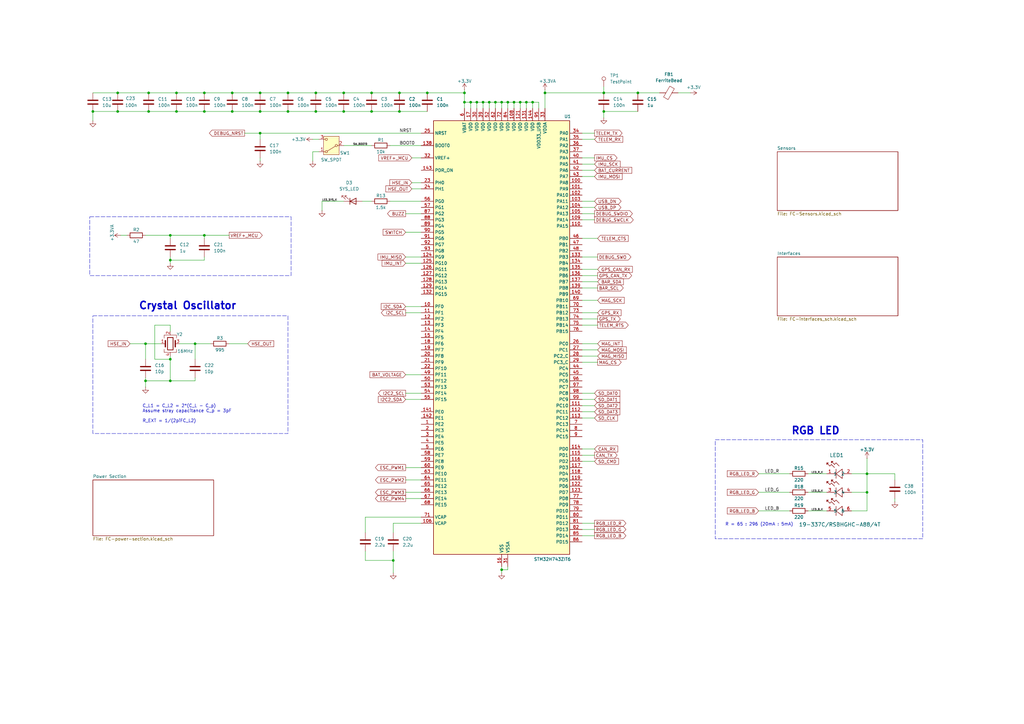
<source format=kicad_sch>
(kicad_sch (version 20250114) (generator "eeschema") (generator_version "9.0")
  (paper "A3")
  (lib_symbols
    (symbol "19-337C-import:19-337C_RSBHGHC-A88_4T" (pin_names (offset 0.254))
      (property "Reference" "LED" (at 5.08 -21.59 0))
      (property "Value" "19-337C/RSBHGHC-A88/4T" (at 5.08 -24.765 0))
      (symbol "19-337C_RSBHGHC-A88_4T_0_1"
        (pin unspecified line (at 0 0 0) (length 2.54) (name "2") (number "2"))
        (pin unspecified line (at 0 -7.62 0) (length 2.54) (name "4") (number "4"))
        (pin unspecified line (at 0 -15.24 0) (length 2.54) (name "6") (number "6"))
        (pin unspecified line (at 10.16 0 180) (length 2.54) (name "1") (number "1"))
        (pin unspecified line (at 10.16 -7.62 180) (length 2.54) (name "3") (number "3"))
        (pin unspecified line (at 10.16 -15.24 180) (length 2.54) (name "5") (number "5"))
      )
    )
    (symbol "Connector:TestPoint" (pin_numbers (hide yes)) (pin_names (offset 0.762) (hide yes))
      (property "Reference" "TP" (at 0 6.858 0))
      (property "Value" "TestPoint" (at 0 5.08 0))
      (symbol "TestPoint_1_1"
        (pin passive line (at 0 0 90) (length 2.54) (name "1") (number "1"))
      )
    )
    (symbol "Device:C" (pin_numbers (hide yes)) (pin_names (offset 0.254))
      (property "Reference" "C" (at 0.635 2.54 0))
      (property "Value" "C" (at 0.635 -2.54 0))
      (symbol "C_1_1"
        (pin passive line (at 0 3.81 270) (length 2.794) (name "~") (number "1"))
        (pin passive line (at 0 -3.81 90) (length 2.794) (name "~") (number "2"))
      )
    )
    (symbol "Device:Crystal_GND24" (pin_names (offset 1.016) (hide yes))
      (property "Reference" "Y" (at 3.175 5.08 0))
      (property "Value" "Crystal_GND24" (at 3.175 3.175 0))
      (symbol "Crystal_GND24_1_1"
        (pin passive line (at -3.81 0 0) (length 1.27) (name "1") (number "1"))
        (pin passive line (at 0 5.08 270) (length 1.27) (name "2") (number "2"))
        (pin passive line (at 0 -5.08 90) (length 1.27) (name "4") (number "4"))
        (pin passive line (at 3.81 0 180) (length 1.27) (name "3") (number "3"))
      )
    )
    (symbol "Device:FerriteBead" (pin_numbers (hide yes)) (pin_names (offset 0))
      (property "Reference" "FB" (at -3.81 0.635 90))
      (property "Value" "FerriteBead" (at 3.81 0 90))
      (symbol "FerriteBead_1_1"
        (pin passive line (at 0 3.81 270) (length 2.54) (name "~") (number "1"))
        (pin passive line (at 0 -3.81 90) (length 2.54) (name "~") (number "2"))
      )
    )
    (symbol "Device:LED" (pin_numbers (hide yes)) (pin_names (offset 1.016) (hide yes))
      (property "Reference" "D" (at 0 2.54 0))
      (property "Value" "LED" (at 0 -2.54 0))
      (symbol "LED_1_1"
        (pin passive line (at -3.81 0 0) (length 2.54) (name "K") (number "1"))
        (pin passive line (at 3.81 0 180) (length 2.54) (name "A") (number "2"))
      )
    )
    (symbol "Device:R" (pin_numbers (hide yes)) (pin_names (offset 0))
      (property "Reference" "R" (at 2.032 0 90))
      (property "Value" "R" (at 0 0 90))
      (symbol "R_1_1"
        (pin passive line (at 0 3.81 270) (length 1.27) (name "~") (number "1"))
        (pin passive line (at 0 -3.81 90) (length 1.27) (name "~") (number "2"))
      )
    )
    (symbol "MCU_ST_STM32H7:STM32H743ZITx"
      (property "Reference" "U" (at -27.94 90.17 0))
      (property "Value" "STM32H743ZITx" (at 20.32 90.17 0))
      (symbol "STM32H743ZITx_1_1"
        (pin input line (at -33.02 83.82 0) (length 5.08) (name "NRST") (number "25"))
        (pin input line (at -33.02 78.74 0) (length 5.08) (name "BOOT0") (number "138"))
        (pin input line (at -33.02 73.66 0) (length 5.08) (name "VREF+") (number "32"))
        (pin input line (at -33.02 68.58 0) (length 5.08) (name "PDR_ON") (number "143"))
        (pin bidirectional line (at -33.02 63.5 0) (length 5.08) (name "PH0") (number "23"))
        (pin bidirectional line (at -33.02 60.96 0) (length 5.08) (name "PH1") (number "24"))
        (pin bidirectional line (at -33.02 55.88 0) (length 5.08) (name "PG0") (number "56"))
        (pin bidirectional line (at -33.02 53.34 0) (length 5.08) (name "PG1") (number "57"))
        (pin bidirectional line (at -33.02 50.8 0) (length 5.08) (name "PG2") (number "87"))
        (pin bidirectional line (at -33.02 48.26 0) (length 5.08) (name "PG3") (number "88"))
        (pin bidirectional line (at -33.02 45.72 0) (length 5.08) (name "PG4") (number "89"))
        (pin bidirectional line (at -33.02 43.18 0) (length 5.08) (name "PG5") (number "90"))
        (pin bidirectional line (at -33.02 40.64 0) (length 5.08) (name "PG6") (number "91"))
        (pin bidirectional line (at -33.02 38.1 0) (length 5.08) (name "PG7") (number "92"))
        (pin bidirectional line (at -33.02 35.56 0) (length 5.08) (name "PG8") (number "93"))
        (pin bidirectional line (at -33.02 33.02 0) (length 5.08) (name "PG9") (number "124"))
        (pin bidirectional line (at -33.02 30.48 0) (length 5.08) (name "PG10") (number "125"))
        (pin bidirectional line (at -33.02 27.94 0) (length 5.08) (name "PG11") (number "126"))
        (pin bidirectional line (at -33.02 25.4 0) (length 5.08) (name "PG12") (number "127"))
        (pin bidirectional line (at -33.02 22.86 0) (length 5.08) (name "PG13") (number "128"))
        (pin bidirectional line (at -33.02 20.32 0) (length 5.08) (name "PG14") (number "129"))
        (pin bidirectional line (at -33.02 17.78 0) (length 5.08) (name "PG15") (number "132"))
        (pin bidirectional line (at -33.02 12.7 0) (length 5.08) (name "PF0") (number "10"))
        (pin bidirectional line (at -33.02 10.16 0) (length 5.08) (name "PF1") (number "11"))
        (pin bidirectional line (at -33.02 7.62 0) (length 5.08) (name "PF2") (number "12"))
        (pin bidirectional line (at -33.02 5.08 0) (length 5.08) (name "PF3") (number "13"))
        (pin bidirectional line (at -33.02 2.54 0) (length 5.08) (name "PF4") (number "14"))
        (pin bidirectional line (at -33.02 0 0) (length 5.08) (name "PF5") (number "15"))
        (pin bidirectional line (at -33.02 -2.54 0) (length 5.08) (name "PF6") (number "18"))
        (pin bidirectional line (at -33.02 -5.08 0) (length 5.08) (name "PF7") (number "19"))
        (pin bidirectional line (at -33.02 -7.62 0) (length 5.08) (name "PF8") (number "20"))
        (pin bidirectional line (at -33.02 -10.16 0) (length 5.08) (name "PF9") (number "21"))
        (pin bidirectional line (at -33.02 -12.7 0) (length 5.08) (name "PF10") (number "22"))
        (pin bidirectional line (at -33.02 -15.24 0) (length 5.08) (name "PF11") (number "49"))
        (pin bidirectional line (at -33.02 -17.78 0) (length 5.08) (name "PF12") (number "50"))
        (pin bidirectional line (at -33.02 -20.32 0) (length 5.08) (name "PF13") (number "53"))
        (pin bidirectional line (at -33.02 -22.86 0) (length 5.08) (name "PF14") (number "54"))
        (pin bidirectional line (at -33.02 -25.4 0) (length 5.08) (name "PF15") (number "55"))
        (pin bidirectional line (at -33.02 -30.48 0) (length 5.08) (name "PE0") (number "141"))
        (pin bidirectional line (at -33.02 -33.02 0) (length 5.08) (name "PE1") (number "142"))
        (pin bidirectional line (at -33.02 -35.56 0) (length 5.08) (name "PE2") (number "1"))
        (pin bidirectional line (at -33.02 -38.1 0) (length 5.08) (name "PE3") (number "2"))
        (pin bidirectional line (at -33.02 -40.64 0) (length 5.08) (name "PE4") (number "3"))
        (pin bidirectional line (at -33.02 -43.18 0) (length 5.08) (name "PE5") (number "4"))
        (pin bidirectional line (at -33.02 -45.72 0) (length 5.08) (name "PE6") (number "5"))
        (pin bidirectional line (at -33.02 -48.26 0) (length 5.08) (name "PE7") (number "58"))
        (pin bidirectional line (at -33.02 -50.8 0) (length 5.08) (name "PE8") (number "59"))
        (pin bidirectional line (at -33.02 -53.34 0) (length 5.08) (name "PE9") (number "60"))
        (pin bidirectional line (at -33.02 -55.88 0) (length 5.08) (name "PE10") (number "63"))
        (pin bidirectional line (at -33.02 -58.42 0) (length 5.08) (name "PE11") (number "64"))
        (pin bidirectional line (at -33.02 -60.96 0) (length 5.08) (name "PE12") (number "65"))
        (pin bidirectional line (at -33.02 -63.5 0) (length 5.08) (name "PE13") (number "66"))
        (pin bidirectional line (at -33.02 -66.04 0) (length 5.08) (name "PE14") (number "67"))
        (pin bidirectional line (at -33.02 -68.58 0) (length 5.08) (name "PE15") (number "68"))
        (pin power_out line (at -33.02 -73.66 0) (length 5.08) (name "VCAP") (number "71"))
        (pin power_out line (at -33.02 -76.2 0) (length 5.08) (name "VCAP") (number "106"))
        (pin power_in line (at -15.24 93.98 270) (length 5.08) (name "VBAT") (number "6"))
        (pin power_in line (at -12.7 93.98 270) (length 5.08) (name "VDD") (number "17"))
        (pin power_in line (at -10.16 93.98 270) (length 5.08) (name "VDD") (number "30"))
        (pin power_in line (at -7.62 93.98 270) (length 5.08) (name "VDD") (number "39"))
        (pin power_in line (at -5.08 93.98 270) (length 5.08) (name "VDD") (number "52"))
        (pin power_in line (at -2.54 93.98 270) (length 5.08) (name "VDD") (number "62"))
        (pin power_in line (at 0 93.98 270) (length 5.08) (name "VDD") (number "72"))
        (pin passive line (at 0 -93.98 90) (length 5.08) (hide yes) (name "VSS") (number "107"))
        (pin passive line (at 0 -93.98 90) (length 5.08) (hide yes) (name "VSS") (number "120"))
        (pin passive line (at 0 -93.98 90) (length 5.08) (hide yes) (name "VSS") (number "130"))
        (pin power_in line (at 0 -93.98 90) (length 5.08) (name "VSS") (number "16"))
        (pin passive line (at 0 -93.98 90) (length 5.08) (hide yes) (name "VSS") (number "38"))
        (pin passive line (at 0 -93.98 90) (length 5.08) (hide yes) (name "VSS") (number "51"))
        (pin passive line (at 0 -93.98 90) (length 5.08) (hide yes) (name "VSS") (number "61"))
        (pin passive line (at 0 -93.98 90) (length 5.08) (hide yes) (name "VSS") (number "83"))
        (pin passive line (at 0 -93.98 90) (length 5.08) (hide yes) (name "VSS") (number "94"))
        (pin power_in line (at 2.54 93.98 270) (length 5.08) (name "VDD") (number "84"))
        (pin power_in line (at 2.54 -93.98 90) (length 5.08) (name "VSSA") (number "31"))
        (pin power_in line (at 5.08 93.98 270) (length 5.08) (name "VDD") (number "108"))
        (pin power_in line (at 7.62 93.98 270) (length 5.08) (name "VDD") (number "121"))
        (pin power_in line (at 10.16 93.98 270) (length 5.08) (name "VDD") (number "131"))
        (pin power_in line (at 12.7 93.98 270) (length 5.08) (name "VDD") (number "144"))
        (pin power_in line (at 15.24 93.98 270) (length 5.08) (name "VDD33_USB") (number "95"))
        (pin power_in line (at 17.78 93.98 270) (length 5.08) (name "VDDA") (number "33"))
        (pin bidirectional line (at 33.02 83.82 180) (length 5.08) (name "PA0") (number "34"))
        (pin bidirectional line (at 33.02 81.28 180) (length 5.08) (name "PA1") (number "35"))
        (pin bidirectional line (at 33.02 78.74 180) (length 5.08) (name "PA2") (number "36"))
        (pin bidirectional line (at 33.02 76.2 180) (length 5.08) (name "PA3") (number "37"))
        (pin bidirectional line (at 33.02 73.66 180) (length 5.08) (name "PA4") (number "40"))
        (pin bidirectional line (at 33.02 71.12 180) (length 5.08) (name "PA5") (number "41"))
        (pin bidirectional line (at 33.02 68.58 180) (length 5.08) (name "PA6") (number "42"))
        (pin bidirectional line (at 33.02 66.04 180) (length 5.08) (name "PA7") (number "43"))
        (pin bidirectional line (at 33.02 63.5 180) (length 5.08) (name "PA8") (number "100"))
        (pin bidirectional line (at 33.02 60.96 180) (length 5.08) (name "PA9") (number "101"))
        (pin bidirectional line (at 33.02 58.42 180) (length 5.08) (name "PA10") (number "102"))
        (pin bidirectional line (at 33.02 55.88 180) (length 5.08) (name "PA11") (number "103"))
        (pin bidirectional line (at 33.02 53.34 180) (length 5.08) (name "PA12") (number "104"))
        (pin bidirectional line (at 33.02 50.8 180) (length 5.08) (name "PA13") (number "105"))
        (pin bidirectional line (at 33.02 48.26 180) (length 5.08) (name "PA14") (number "109"))
        (pin bidirectional line (at 33.02 45.72 180) (length 5.08) (name "PA15") (number "110"))
        (pin bidirectional line (at 33.02 40.64 180) (length 5.08) (name "PB0") (number "46"))
        (pin bidirectional line (at 33.02 38.1 180) (length 5.08) (name "PB1") (number "47"))
        (pin bidirectional line (at 33.02 35.56 180) (length 5.08) (name "PB2") (number "48"))
        (pin bidirectional line (at 33.02 33.02 180) (length 5.08) (name "PB3") (number "133"))
        (pin bidirectional line (at 33.02 30.48 180) (length 5.08) (name "PB4") (number "134"))
        (pin bidirectional line (at 33.02 27.94 180) (length 5.08) (name "PB5") (number "135"))
        (pin bidirectional line (at 33.02 25.4 180) (length 5.08) (name "PB6") (number "136"))
        (pin bidirectional line (at 33.02 22.86 180) (length 5.08) (name "PB7") (number "137"))
        (pin bidirectional line (at 33.02 20.32 180) (length 5.08) (name "PB8") (number "139"))
        (pin bidirectional line (at 33.02 17.78 180) (length 5.08) (name "PB9") (number "140"))
        (pin bidirectional line (at 33.02 15.24 180) (length 5.08) (name "PB10") (number "69"))
        (pin bidirectional line (at 33.02 12.7 180) (length 5.08) (name "PB11") (number "70"))
        (pin bidirectional line (at 33.02 10.16 180) (length 5.08) (name "PB12") (number "73"))
        (pin bidirectional line (at 33.02 7.62 180) (length 5.08) (name "PB13") (number "74"))
        (pin bidirectional line (at 33.02 5.08 180) (length 5.08) (name "PB14") (number "75"))
        (pin bidirectional line (at 33.02 2.54 180) (length 5.08) (name "PB15") (number "76"))
        (pin bidirectional line (at 33.02 -2.54 180) (length 5.08) (name "PC0") (number "26"))
        (pin bidirectional line (at 33.02 -5.08 180) (length 5.08) (name "PC1") (number "27"))
        (pin bidirectional line (at 33.02 -7.62 180) (length 5.08) (name "PC2_C") (number "28"))
        (pin bidirectional line (at 33.02 -10.16 180) (length 5.08) (name "PC3_C") (number "29"))
        (pin bidirectional line (at 33.02 -12.7 180) (length 5.08) (name "PC4") (number "44"))
        (pin bidirectional line (at 33.02 -15.24 180) (length 5.08) (name "PC5") (number "45"))
        (pin bidirectional line (at 33.02 -17.78 180) (length 5.08) (name "PC6") (number "96"))
        (pin bidirectional line (at 33.02 -20.32 180) (length 5.08) (name "PC7") (number "97"))
        (pin bidirectional line (at 33.02 -22.86 180) (length 5.08) (name "PC8") (number "98"))
        (pin bidirectional line (at 33.02 -25.4 180) (length 5.08) (name "PC9") (number "99"))
        (pin bidirectional line (at 33.02 -27.94 180) (length 5.08) (name "PC10") (number "111"))
        (pin bidirectional line (at 33.02 -30.48 180) (length 5.08) (name "PC11") (number "112"))
        (pin bidirectional line (at 33.02 -33.02 180) (length 5.08) (name "PC12") (number "113"))
        (pin bidirectional line (at 33.02 -35.56 180) (length 5.08) (name "PC13") (number "7"))
        (pin bidirectional line (at 33.02 -38.1 180) (length 5.08) (name "PC14") (number "8"))
        (pin bidirectional line (at 33.02 -40.64 180) (length 5.08) (name "PC15") (number "9"))
        (pin bidirectional line (at 33.02 -45.72 180) (length 5.08) (name "PD0") (number "114"))
        (pin bidirectional line (at 33.02 -48.26 180) (length 5.08) (name "PD1") (number "115"))
        (pin bidirectional line (at 33.02 -50.8 180) (length 5.08) (name "PD2") (number "116"))
        (pin bidirectional line (at 33.02 -53.34 180) (length 5.08) (name "PD3") (number "117"))
        (pin bidirectional line (at 33.02 -55.88 180) (length 5.08) (name "PD4") (number "118"))
        (pin bidirectional line (at 33.02 -58.42 180) (length 5.08) (name "PD5") (number "119"))
        (pin bidirectional line (at 33.02 -60.96 180) (length 5.08) (name "PD6") (number "122"))
        (pin bidirectional line (at 33.02 -63.5 180) (length 5.08) (name "PD7") (number "123"))
        (pin bidirectional line (at 33.02 -66.04 180) (length 5.08) (name "PD8") (number "77"))
        (pin bidirectional line (at 33.02 -68.58 180) (length 5.08) (name "PD9") (number "78"))
        (pin bidirectional line (at 33.02 -71.12 180) (length 5.08) (name "PD10") (number "79"))
        (pin bidirectional line (at 33.02 -73.66 180) (length 5.08) (name "PD11") (number "80"))
        (pin bidirectional line (at 33.02 -76.2 180) (length 5.08) (name "PD12") (number "81"))
        (pin bidirectional line (at 33.02 -78.74 180) (length 5.08) (name "PD13") (number "82"))
        (pin bidirectional line (at 33.02 -81.28 180) (length 5.08) (name "PD14") (number "85"))
        (pin bidirectional line (at 33.02 -83.82 180) (length 5.08) (name "PD15") (number "86"))
      )
    )
    (symbol "Switch:SW_SPDT" (pin_names (offset 0) (hide yes))
      (property "Reference" "SW" (at 0 5.08 0))
      (property "Value" "SW_SPDT" (at 0 -5.08 0))
      (symbol "SW_SPDT_1_1"
        (pin passive line (at -5.08 0 0) (length 2.54) (name "B") (number "2"))
        (pin passive line (at 5.08 2.54 180) (length 2.54) (name "A") (number "1"))
        (pin passive line (at 5.08 -2.54 180) (length 2.54) (name "C") (number "3"))
      )
    )
    (symbol "power:+3.3V" (power) (pin_numbers (hide yes)) (pin_names (offset 0) (hide yes))
      (property "Value" "+3.3V" (at 0 3.556 0))
      (symbol "+3.3V_1_1"
        (pin power_in line (at 0 0 90) (length 0) (name "~") (number "1"))
      )
    )
    (symbol "power:+3.3VA" (power) (pin_numbers (hide yes)) (pin_names (offset 0) (hide yes))
      (property "Value" "+3.3VA" (at 0 3.556 0))
      (symbol "+3.3VA_1_1"
        (pin power_in line (at 0 0 90) (length 0) (name "~") (number "1"))
      )
    )
    (symbol "power:GND" (power) (pin_numbers (hide yes)) (pin_names (offset 0) (hide yes))
      (property "Value" "GND" (at 0 -3.81 0))
      (symbol "GND_1_1"
        (pin power_in line (at 0 0 270) (length 0) (name "~") (number "1"))
      )
    )
  )
  (text "R = 65 : 296 (20mA : 5mA)" (at 311.404 215.138 0) (effects (font (size 1.27 1.27))))
  (text "RGB LED\n" (at 334.518 176.784 0) (effects (font (size 3 3) (thickness 0.6) (bold yes))))
  (text "Crystal Oscillator" (at 76.962 125.476 0) (effects (font (size 3 3) (thickness 0.6) (bold yes))))
  (text "C_L1 = C_L2 = 2*(C_L - C_p)\nAssume stray capacitance C_p = 3pF\n\nR_EXT = 1/(2piFC_L2)" (at 58.42 169.672 0) (effects (font (size 1.27 1.27)) (justify left)))
  (text_box "" (at 38.1 129.54 0) (size 80.01 48.26) (margins 0.9525 0.9525 0.9525 0.9525) (stroke (width 0) (type dash)) (effects (font (size 1.27 1.27)) (justify left top)))
  (text_box "" (at 36.83 88.9 0) (size 82.55 24.13) (margins 0.9525 0.9525 0.9525 0.9525) (stroke (width 0) (type dash)) (effects (font (size 1.27 1.27)) (justify left top)))
  (text_box "" (at 293.37 180.34 0) (size 85.09 40.64) (margins 0.9525 0.9525 0.9525 0.9525) (stroke (width 0) (type dash)) (effects (font (size 1.27 1.27)) (justify left top)))
  (junction (at 60.96 38.1))
  (junction (at 140.97 45.72))
  (junction (at 59.69 140.97))
  (junction (at 80.01 140.97))
  (junction (at 95.25 38.1))
  (junction (at 140.97 38.1))
  (junction (at 72.39 45.72))
  (junction (at 69.85 106.68))
  (junction (at 106.68 45.72))
  (junction (at 72.39 38.1))
  (junction (at 195.58 41.91))
  (junction (at 200.66 41.91))
  (junction (at 106.68 54.61))
  (junction (at 69.85 147.32))
  (junction (at 205.74 233.68))
  (junction (at 247.65 45.72))
  (junction (at 163.83 38.1))
  (junction (at 48.26 38.1))
  (junction (at 190.5 41.91))
  (junction (at 118.11 45.72))
  (junction (at 106.68 38.1))
  (junction (at 83.82 38.1))
  (junction (at 152.4 38.1))
  (junction (at 129.54 45.72))
  (junction (at 218.44 41.91))
  (junction (at 198.12 41.91))
  (junction (at 190.5 38.1))
  (junction (at 83.82 96.52))
  (junction (at 261.62 38.1))
  (junction (at 60.96 45.72))
  (junction (at 355.6 201.93))
  (junction (at 69.85 156.21))
  (junction (at 83.82 45.72))
  (junction (at 129.54 38.1))
  (junction (at 355.6 194.31))
  (junction (at 205.74 41.91))
  (junction (at 48.26 45.72))
  (junction (at 193.04 41.91))
  (junction (at 38.1 45.72))
  (junction (at 95.25 45.72))
  (junction (at 59.69 156.21))
  (junction (at 208.28 41.91))
  (junction (at 163.83 45.72))
  (junction (at 203.2 41.91))
  (junction (at 247.65 38.1))
  (junction (at 215.9 41.91))
  (junction (at 161.29 229.87))
  (junction (at 223.52 38.1))
  (junction (at 152.4 45.72))
  (junction (at 118.11 38.1))
  (junction (at 69.85 96.52))
  (junction (at 210.82 41.91))
  (junction (at 213.36 41.91))
  (junction (at 175.26 38.1))
  (wire (pts (xy 166.37 107.95) (xy 172.72 107.95)))
  (wire (pts (xy 69.85 147.32) (xy 69.85 156.21)))
  (wire (pts (xy 200.66 41.91) (xy 200.66 44.45)))
  (wire (pts (xy 247.65 35.56) (xy 247.65 38.1)))
  (wire (pts (xy 238.76 171.45) (xy 243.84 171.45)))
  (wire (pts (xy 166.37 87.63) (xy 172.72 87.63)))
  (wire (pts (xy 69.85 133.35) (xy 69.85 135.89)))
  (wire (pts (xy 208.28 233.68) (xy 205.74 233.68)))
  (wire (pts (xy 238.76 140.97) (xy 245.11 140.97)))
  (wire (pts (xy 223.52 38.1) (xy 223.52 44.45)))
  (wire (pts (xy 63.5 147.32) (xy 69.85 147.32)))
  (wire (pts (xy 149.86 212.09) (xy 149.86 218.44)))
  (wire (pts (xy 166.37 191.77) (xy 172.72 191.77)))
  (wire (pts (xy 238.76 85.09) (xy 243.84 85.09)))
  (wire (pts (xy 238.76 166.37) (xy 243.84 166.37)))
  (wire (pts (xy 69.85 105.41) (xy 69.85 106.68)))
  (wire (pts (xy 72.39 45.72) (xy 83.82 45.72)))
  (wire (pts (xy 166.37 105.41) (xy 172.72 105.41)))
  (wire (pts (xy 238.76 87.63) (xy 243.84 87.63)))
  (wire (pts (xy 132.08 82.55) (xy 140.97 82.55)))
  (wire (pts (xy 63.5 133.35) (xy 69.85 133.35)))
  (wire (pts (xy 63.5 133.35) (xy 63.5 147.32)))
  (wire (pts (xy 161.29 229.87) (xy 161.29 234.95)))
  (wire (pts (xy 238.76 143.51) (xy 245.11 143.51)))
  (wire (pts (xy 83.82 96.52) (xy 93.98 96.52)))
  (wire (pts (xy 190.5 38.1) (xy 190.5 41.91)))
  (wire (pts (xy 95.25 45.72) (xy 106.68 45.72)))
  (wire (pts (xy 203.2 41.91) (xy 203.2 44.45)))
  (wire (pts (xy 160.02 82.55) (xy 172.72 82.55)))
  (wire (pts (xy 198.12 41.91) (xy 200.66 41.91)))
  (wire (pts (xy 193.04 41.91) (xy 193.04 44.45)))
  (wire (pts (xy 238.76 113.03) (xy 245.11 113.03)))
  (wire (pts (xy 129.54 38.1) (xy 140.97 38.1)))
  (wire (pts (xy 152.4 38.1) (xy 163.83 38.1)))
  (wire (pts (xy 118.11 45.72) (xy 129.54 45.72)))
  (wire (pts (xy 161.29 214.63) (xy 161.29 218.44)))
  (wire (pts (xy 355.6 194.31) (xy 367.03 194.31)))
  (wire (pts (xy 53.34 140.97) (xy 59.69 140.97)))
  (wire (pts (xy 238.76 214.63) (xy 243.84 214.63)))
  (wire (pts (xy 205.74 41.91) (xy 205.74 44.45)))
  (wire (pts (xy 355.6 194.31) (xy 349.25 194.31)))
  (wire (pts (xy 238.76 115.57) (xy 245.11 115.57)))
  (wire (pts (xy 149.86 226.06) (xy 149.86 229.87)))
  (wire (pts (xy 106.68 38.1) (xy 118.11 38.1)))
  (wire (pts (xy 38.1 45.72) (xy 48.26 45.72)))
  (wire (pts (xy 132.08 82.55) (xy 132.08 86.36)))
  (wire (pts (xy 238.76 118.11) (xy 245.11 118.11)))
  (wire (pts (xy 331.47 201.93) (xy 339.09 201.93)))
  (wire (pts (xy 168.91 64.77) (xy 172.72 64.77)))
  (wire (pts (xy 238.76 184.15) (xy 243.84 184.15)))
  (wire (pts (xy 128.27 57.15) (xy 130.81 57.15)))
  (wire (pts (xy 160.02 59.69) (xy 172.72 59.69)))
  (wire (pts (xy 205.74 234.95) (xy 205.74 233.68)))
  (wire (pts (xy 60.96 45.72) (xy 72.39 45.72)))
  (wire (pts (xy 60.96 38.1) (xy 72.39 38.1)))
  (wire (pts (xy 355.6 201.93) (xy 355.6 209.55)))
  (wire (pts (xy 49.53 96.52) (xy 52.07 96.52)))
  (wire (pts (xy 238.76 82.55) (xy 243.84 82.55)))
  (wire (pts (xy 72.39 38.1) (xy 83.82 38.1)))
  (wire (pts (xy 166.37 95.25) (xy 172.72 95.25)))
  (wire (pts (xy 208.28 232.41) (xy 208.28 233.68)))
  (wire (pts (xy 83.82 105.41) (xy 83.82 106.68)))
  (wire (pts (xy 166.37 204.47) (xy 172.72 204.47)))
  (wire (pts (xy 238.76 219.71) (xy 243.84 219.71)))
  (wire (pts (xy 208.28 41.91) (xy 208.28 44.45)))
  (wire (pts (xy 59.69 156.21) (xy 69.85 156.21)))
  (wire (pts (xy 166.37 201.93) (xy 172.72 201.93)))
  (wire (pts (xy 59.69 140.97) (xy 59.69 147.32)))
  (wire (pts (xy 172.72 212.09) (xy 149.86 212.09)))
  (wire (pts (xy 238.76 97.79) (xy 245.11 97.79)))
  (wire (pts (xy 69.85 106.68) (xy 83.82 106.68)))
  (wire (pts (xy 83.82 38.1) (xy 95.25 38.1)))
  (wire (pts (xy 247.65 45.72) (xy 261.62 45.72)))
  (wire (pts (xy 238.76 130.81) (xy 245.11 130.81)))
  (wire (pts (xy 106.68 54.61) (xy 172.72 54.61)))
  (wire (pts (xy 106.68 45.72) (xy 118.11 45.72)))
  (wire (pts (xy 210.82 41.91) (xy 210.82 44.45)))
  (wire (pts (xy 349.25 201.93) (xy 355.6 201.93)))
  (wire (pts (xy 261.62 38.1) (xy 270.51 38.1)))
  (wire (pts (xy 128.27 62.23) (xy 128.27 66.04)))
  (wire (pts (xy 247.65 38.1) (xy 261.62 38.1)))
  (wire (pts (xy 80.01 154.94) (xy 80.01 156.21)))
  (wire (pts (xy 190.5 41.91) (xy 190.5 44.45)))
  (wire (pts (xy 83.82 45.72) (xy 95.25 45.72)))
  (wire (pts (xy 140.97 38.1) (xy 152.4 38.1)))
  (wire (pts (xy 238.76 64.77) (xy 243.84 64.77)))
  (wire (pts (xy 311.15 209.55) (xy 323.85 209.55)))
  (wire (pts (xy 59.69 156.21) (xy 59.69 158.75)))
  (wire (pts (xy 223.52 36.83) (xy 223.52 38.1)))
  (wire (pts (xy 38.1 45.72) (xy 38.1 49.53)))
  (wire (pts (xy 95.25 38.1) (xy 106.68 38.1)))
  (wire (pts (xy 129.54 45.72) (xy 140.97 45.72)))
  (wire (pts (xy 213.36 41.91) (xy 213.36 44.45)))
  (wire (pts (xy 69.85 146.05) (xy 69.85 147.32)))
  (wire (pts (xy 59.69 140.97) (xy 66.04 140.97)))
  (wire (pts (xy 238.76 189.23) (xy 243.84 189.23)))
  (wire (pts (xy 331.47 194.31) (xy 339.09 194.31)))
  (wire (pts (xy 238.76 163.83) (xy 243.84 163.83)))
  (wire (pts (xy 238.76 69.85) (xy 243.84 69.85)))
  (wire (pts (xy 198.12 41.91) (xy 198.12 44.45)))
  (wire (pts (xy 205.74 232.41) (xy 205.74 233.68)))
  (wire (pts (xy 190.5 41.91) (xy 193.04 41.91)))
  (wire (pts (xy 355.6 187.96) (xy 355.6 194.31)))
  (wire (pts (xy 193.04 41.91) (xy 195.58 41.91)))
  (wire (pts (xy 168.91 77.47) (xy 172.72 77.47)))
  (wire (pts (xy 140.97 59.69) (xy 152.4 59.69)))
  (wire (pts (xy 59.69 96.52) (xy 69.85 96.52)))
  (wire (pts (xy 238.76 110.49) (xy 245.11 110.49)))
  (wire (pts (xy 106.68 57.15) (xy 106.68 54.61)))
  (wire (pts (xy 166.37 163.83) (xy 172.72 163.83)))
  (wire (pts (xy 166.37 125.73) (xy 172.72 125.73)))
  (wire (pts (xy 238.76 186.69) (xy 243.84 186.69)))
  (wire (pts (xy 367.03 194.31) (xy 367.03 196.85)))
  (wire (pts (xy 220.98 44.45) (xy 220.98 41.91)))
  (wire (pts (xy 149.86 229.87) (xy 161.29 229.87)))
  (wire (pts (xy 163.83 45.72) (xy 175.26 45.72)))
  (wire (pts (xy 213.36 41.91) (xy 215.9 41.91)))
  (wire (pts (xy 80.01 140.97) (xy 86.36 140.97)))
  (wire (pts (xy 205.74 41.91) (xy 208.28 41.91)))
  (wire (pts (xy 166.37 196.85) (xy 172.72 196.85)))
  (wire (pts (xy 148.59 82.55) (xy 152.4 82.55)))
  (wire (pts (xy 208.28 41.91) (xy 210.82 41.91)))
  (wire (pts (xy 238.76 54.61) (xy 243.84 54.61)))
  (wire (pts (xy 195.58 41.91) (xy 198.12 41.91)))
  (wire (pts (xy 163.83 38.1) (xy 175.26 38.1)))
  (wire (pts (xy 83.82 97.79) (xy 83.82 96.52)))
  (wire (pts (xy 218.44 41.91) (xy 218.44 44.45)))
  (wire (pts (xy 247.65 45.72) (xy 247.65 48.26)))
  (wire (pts (xy 200.66 41.91) (xy 203.2 41.91)))
  (wire (pts (xy 166.37 161.29) (xy 172.72 161.29)))
  (wire (pts (xy 69.85 156.21) (xy 80.01 156.21)))
  (wire (pts (xy 238.76 72.39) (xy 243.84 72.39)))
  (wire (pts (xy 215.9 41.91) (xy 218.44 41.91)))
  (wire (pts (xy 48.26 45.72) (xy 60.96 45.72)))
  (wire (pts (xy 215.9 41.91) (xy 215.9 44.45)))
  (wire (pts (xy 152.4 45.72) (xy 163.83 45.72)))
  (wire (pts (xy 238.76 146.05) (xy 245.11 146.05)))
  (wire (pts (xy 349.25 209.55) (xy 355.6 209.55)))
  (wire (pts (xy 161.29 226.06) (xy 161.29 229.87)))
  (wire (pts (xy 140.97 45.72) (xy 152.4 45.72)))
  (wire (pts (xy 278.13 38.1) (xy 283.21 38.1)))
  (wire (pts (xy 195.58 41.91) (xy 195.58 44.45)))
  (wire (pts (xy 331.47 209.55) (xy 339.09 209.55)))
  (wire (pts (xy 130.81 62.23) (xy 128.27 62.23)))
  (wire (pts (xy 69.85 106.68) (xy 69.85 107.95)))
  (wire (pts (xy 166.37 128.27) (xy 172.72 128.27)))
  (wire (pts (xy 175.26 38.1) (xy 190.5 38.1)))
  (wire (pts (xy 355.6 194.31) (xy 355.6 201.93)))
  (wire (pts (xy 311.15 194.31) (xy 323.85 194.31)))
  (wire (pts (xy 238.76 90.17) (xy 243.84 90.17)))
  (wire (pts (xy 210.82 41.91) (xy 213.36 41.91)))
  (wire (pts (xy 367.03 204.47) (xy 367.03 205.74)))
  (wire (pts (xy 168.91 74.93) (xy 172.72 74.93)))
  (wire (pts (xy 38.1 38.1) (xy 48.26 38.1)))
  (wire (pts (xy 59.69 154.94) (xy 59.69 156.21)))
  (wire (pts (xy 238.76 128.27) (xy 245.11 128.27)))
  (wire (pts (xy 238.76 148.59) (xy 245.11 148.59)))
  (wire (pts (xy 106.68 64.77) (xy 106.68 66.04)))
  (wire (pts (xy 238.76 168.91) (xy 243.84 168.91)))
  (wire (pts (xy 238.76 133.35) (xy 245.11 133.35)))
  (wire (pts (xy 100.33 54.61) (xy 106.68 54.61)))
  (wire (pts (xy 311.15 201.93) (xy 323.85 201.93)))
  (wire (pts (xy 80.01 140.97) (xy 80.01 147.32)))
  (wire (pts (xy 118.11 38.1) (xy 129.54 38.1)))
  (wire (pts (xy 238.76 105.41) (xy 245.11 105.41)))
  (wire (pts (xy 69.85 96.52) (xy 69.85 97.79)))
  (wire (pts (xy 83.82 96.52) (xy 69.85 96.52)))
  (wire (pts (xy 190.5 36.83) (xy 190.5 38.1)))
  (wire (pts (xy 238.76 161.29) (xy 243.84 161.29)))
  (wire (pts (xy 93.98 140.97) (xy 101.6 140.97)))
  (wire (pts (xy 172.72 214.63) (xy 161.29 214.63)))
  (wire (pts (xy 238.76 67.31) (xy 243.84 67.31)))
  (wire (pts (xy 73.66 140.97) (xy 80.01 140.97)))
  (wire (pts (xy 166.37 153.67) (xy 172.72 153.67)))
  (wire (pts (xy 48.26 38.1) (xy 60.96 38.1)))
  (wire (pts (xy 223.52 38.1) (xy 247.65 38.1)))
  (wire (pts (xy 238.76 57.15) (xy 243.84 57.15)))
  (wire (pts (xy 238.76 217.17) (xy 243.84 217.17)))
  (wire (pts (xy 238.76 123.19) (xy 245.11 123.19)))
  (wire (pts (xy 203.2 41.91) (xy 205.74 41.91)))
  (wire (pts (xy 220.98 41.91) (xy 218.44 41.91)))
  (label "BOOT0" (at 163.83 59.69 0))
  (label "LED_G" (at 313.69 201.93 0))
  (label "LED_R" (at 313.69 194.31 0))
  (label "LED_SYS_K" (at 132.08 82.55 0) (effects (font (size 0.75 0.75))))
  (label "LED_R_K" (at 332.74 194.31 0) (effects (font (size 0.75 0.75))))
  (label "NRST" (at 163.83 54.61 0))
  (label "LED_G_K" (at 332.74 201.93 0) (effects (font (size 0.75 0.75))))
  (label "LED_B_K" (at 332.74 209.55 0) (effects (font (size 0.75 0.75))))
  (label "SW_BOOT0" (at 144.78 59.69 0) (effects (font (size 0.75 0.75))))
  (label "LED_B" (at 313.69 209.55 0))
  (global_label "SD_CLK" (shape input) (at 243.84 171.45 0) (property "Intersheetrefs" "${INTERSHEET_REFS}" (effects (hide yes))))
  (global_label "USB_DP" (shape bidirectional) (at 243.84 85.09 0) (property "Intersheetrefs" "${INTERSHEET_REFS}" (effects (hide yes))))
  (global_label "RGB_LED_R" (shape input) (at 311.15 194.31 180) (property "Intersheetrefs" "${INTERSHEET_REFS}" (effects (hide yes))))
  (global_label "CAN_RX" (shape input) (at 243.84 184.15 0) (property "Intersheetrefs" "${INTERSHEET_REFS}" (effects (hide yes))))
  (global_label "SD_CMD" (shape input) (at 243.84 189.23 0) (property "Intersheetrefs" "${INTERSHEET_REFS}" (effects (hide yes))))
  (global_label "TELEM_TX" (shape output) (at 243.84 54.61 0) (property "Intersheetrefs" "${INTERSHEET_REFS}" (effects (hide yes))))
  (global_label "I2C2_SCL" (shape output) (at 166.37 161.29 180) (property "Intersheetrefs" "${INTERSHEET_REFS}" (effects (hide yes))))
  (global_label "VREF+_MCU" (shape output) (at 93.98 96.52 0) (property "Intersheetrefs" "${INTERSHEET_REFS}" (effects (hide yes))))
  (global_label "ESC_PWM1" (shape output) (at 166.37 191.77 180) (property "Intersheetrefs" "${INTERSHEET_REFS}" (effects (hide yes))))
  (global_label "USB_DN" (shape bidirectional) (at 243.84 82.55 0) (property "Intersheetrefs" "${INTERSHEET_REFS}" (effects (hide yes))))
  (global_label "BAT_CURRENT" (shape input) (at 243.84 69.85 0) (property "Intersheetrefs" "${INTERSHEET_REFS}" (effects (hide yes))))
  (global_label "GPS_CAN_RX" (shape input) (at 245.11 110.49 0) (property "Intersheetrefs" "${INTERSHEET_REFS}" (effects (hide yes))))
  (global_label "I2C2_SDA" (shape input) (at 166.37 163.83 180) (property "Intersheetrefs" "${INTERSHEET_REFS}" (effects (hide yes))))
  (global_label "DEBUG_NRST" (shape output) (at 100.33 54.61 180) (property "Intersheetrefs" "${INTERSHEET_REFS}" (effects (hide yes))))
  (global_label "HSE_OUT" (shape input) (at 101.6 140.97 0) (property "Intersheetrefs" "${INTERSHEET_REFS}" (effects (hide yes))))
  (global_label "SWITCH" (shape input) (at 166.37 95.25 180) (property "Intersheetrefs" "${INTERSHEET_REFS}" (effects (hide yes))))
  (global_label "RGB_LED_B" (shape output) (at 243.84 219.71 0) (property "Intersheetrefs" "${INTERSHEET_REFS}" (effects (hide yes))))
  (global_label "ESC_PWM2" (shape output) (at 166.37 196.85 180) (property "Intersheetrefs" "${INTERSHEET_REFS}" (effects (hide yes))))
  (global_label "TELEM_CTS" (shape input) (at 245.11 97.79 0) (property "Intersheetrefs" "${INTERSHEET_REFS}" (effects (hide yes))))
  (global_label "ESC_PWM4" (shape output) (at 166.37 204.47 180) (property "Intersheetrefs" "${INTERSHEET_REFS}" (effects (hide yes))))
  (global_label "BAR_SCL" (shape output) (at 245.11 118.11 0) (property "Intersheetrefs" "${INTERSHEET_REFS}" (effects (hide yes))))
  (global_label "IMU_INT" (shape input) (at 166.37 107.95 180) (property "Intersheetrefs" "${INTERSHEET_REFS}" (effects (hide yes))))
  (global_label "RGB_LED_G" (shape input) (at 311.15 201.93 180) (property "Intersheetrefs" "${INTERSHEET_REFS}" (effects (hide yes))))
  (global_label "IMU_MOSI" (shape input) (at 243.84 72.39 0) (property "Intersheetrefs" "${INTERSHEET_REFS}" (effects (hide yes))))
  (global_label "BUZZ" (shape output) (at 166.37 87.63 180) (property "Intersheetrefs" "${INTERSHEET_REFS}" (effects (hide yes))))
  (global_label "IMU_CS" (shape output) (at 243.84 64.77 0) (property "Intersheetrefs" "${INTERSHEET_REFS}" (effects (hide yes))))
  (global_label "RGB_LED_B" (shape input) (at 311.15 209.55 180) (property "Intersheetrefs" "${INTERSHEET_REFS}" (effects (hide yes))))
  (global_label "MAG_MOSI" (shape input) (at 245.11 143.51 0) (property "Intersheetrefs" "${INTERSHEET_REFS}" (effects (hide yes))))
  (global_label "BAR_SDA" (shape input) (at 245.11 115.57 0) (property "Intersheetrefs" "${INTERSHEET_REFS}" (effects (hide yes))))
  (global_label "MAG_INT" (shape input) (at 245.11 140.97 0) (property "Intersheetrefs" "${INTERSHEET_REFS}" (effects (hide yes))))
  (global_label "RGB_LED_R" (shape output) (at 243.84 214.63 0) (property "Intersheetrefs" "${INTERSHEET_REFS}" (effects (hide yes))))
  (global_label "HSE_IN" (shape input) (at 168.91 74.93 180) (property "Intersheetrefs" "${INTERSHEET_REFS}" (effects (hide yes))))
  (global_label "DEBUG_SWCLK" (shape output) (at 243.84 90.17 0) (property "Intersheetrefs" "${INTERSHEET_REFS}" (effects (hide yes))))
  (global_label "I2C_SCL" (shape output) (at 166.37 128.27 180) (property "Intersheetrefs" "${INTERSHEET_REFS}" (effects (hide yes))))
  (global_label "GPS_RX" (shape input) (at 245.11 128.27 0) (property "Intersheetrefs" "${INTERSHEET_REFS}" (effects (hide yes))))
  (global_label "SD_DAT0" (shape input) (at 243.84 161.29 0) (property "Intersheetrefs" "${INTERSHEET_REFS}" (effects (hide yes))))
  (global_label "TELEM_RX" (shape input) (at 243.84 57.15 0) (property "Intersheetrefs" "${INTERSHEET_REFS}" (effects (hide yes))))
  (global_label "ESC_PWM3" (shape output) (at 166.37 201.93 180) (property "Intersheetrefs" "${INTERSHEET_REFS}" (effects (hide yes))))
  (global_label "GPS_CAN_TX" (shape output) (at 245.11 113.03 0) (property "Intersheetrefs" "${INTERSHEET_REFS}" (effects (hide yes))))
  (global_label "CAN_TX" (shape output) (at 243.84 186.69 0) (property "Intersheetrefs" "${INTERSHEET_REFS}" (effects (hide yes))))
  (global_label "MAG_CS" (shape output) (at 245.11 148.59 0) (property "Intersheetrefs" "${INTERSHEET_REFS}" (effects (hide yes))))
  (global_label "TELEM_RTS" (shape output) (at 245.11 133.35 0) (property "Intersheetrefs" "${INTERSHEET_REFS}" (effects (hide yes))))
  (global_label "HSE_OUT" (shape input) (at 168.91 77.47 180) (property "Intersheetrefs" "${INTERSHEET_REFS}" (effects (hide yes))))
  (global_label "GPS_TX" (shape output) (at 245.11 130.81 0) (property "Intersheetrefs" "${INTERSHEET_REFS}" (effects (hide yes))))
  (global_label "SD_DAT3" (shape input) (at 243.84 168.91 0) (property "Intersheetrefs" "${INTERSHEET_REFS}" (effects (hide yes))))
  (global_label "DEBUG_SWDIO" (shape output) (at 243.84 87.63 0) (property "Intersheetrefs" "${INTERSHEET_REFS}" (effects (hide yes))))
  (global_label "MAG_MISO" (shape input) (at 245.11 146.05 0) (property "Intersheetrefs" "${INTERSHEET_REFS}" (effects (hide yes))))
  (global_label "RGB_LED_G" (shape output) (at 243.84 217.17 0) (property "Intersheetrefs" "${INTERSHEET_REFS}" (effects (hide yes))))
  (global_label "VREF+_MCU" (shape input) (at 168.91 64.77 180) (property "Intersheetrefs" "${INTERSHEET_REFS}" (effects (hide yes))))
  (global_label "IMU_SCK" (shape input) (at 243.84 67.31 0) (property "Intersheetrefs" "${INTERSHEET_REFS}" (effects (hide yes))))
  (global_label "I2C_SDA" (shape input) (at 166.37 125.73 180) (property "Intersheetrefs" "${INTERSHEET_REFS}" (effects (hide yes))))
  (global_label "IMU_MISO" (shape input) (at 166.37 105.41 180) (property "Intersheetrefs" "${INTERSHEET_REFS}" (effects (hide yes))))
  (global_label "DEBUG_SWO" (shape output) (at 245.11 105.41 0) (property "Intersheetrefs" "${INTERSHEET_REFS}" (effects (hide yes))))
  (global_label "SD_DAT2" (shape input) (at 243.84 166.37 0) (property "Intersheetrefs" "${INTERSHEET_REFS}" (effects (hide yes))))
  (global_label "BAT_VOLTAGE" (shape input) (at 166.37 153.67 180) (property "Intersheetrefs" "${INTERSHEET_REFS}" (effects (hide yes))))
  (global_label "MAG_SCK" (shape input) (at 245.11 123.19 0) (property "Intersheetrefs" "${INTERSHEET_REFS}" (effects (hide yes))))
  (global_label "HSE_IN" (shape input) (at 53.34 140.97 180) (property "Intersheetrefs" "${INTERSHEET_REFS}" (effects (hide yes))))
  (global_label "SD_DAT1" (shape input) (at 243.84 163.83 0) (property "Intersheetrefs" "${INTERSHEET_REFS}" (effects (hide yes))))
  (symbol (lib_id "Device:C") (at 59.69 151.13 0) (unit 1)
    (property "Reference" "C16" (at 63.5 149.8599 0) (effects (justify left)))
    (property "Value" "10p" (at 63.5 152.3999 0) (effects (justify left)))
    (property "Description" "Unpolarized capacitor" (effects (hide yes)))
  )
  (symbol (lib_id "power:GND") (at 128.27 66.04 0) (unit 1)
    (property "Reference" "#PWR09" (effects (hide yes)))
    (property "Description" "Power symbol creates a global label with name \"GND\" , ground" (effects (hide yes)))
  )
  (symbol (lib_id "Device:Crystal_GND24") (at 69.85 140.97 0) (unit 1)
    (property "Reference" "Y2" (at 73.66 137.16 0))
    (property "Value" "16MHz" (at 75.946 144.018 0))
    (property "Description" "Four pin crystal, GND on pins 2 and 4" (effects (hide yes)))
  )
  (symbol (lib_id "Connector:TestPoint") (at 247.65 35.56 0) (unit 1)
    (property "Reference" "TP1" (at 250.19 30.9879 0) (effects (justify left)))
    (property "Value" "TestPoint" (at 250.19 33.5279 0) (effects (justify left)))
    (property "Description" "test point" (effects (hide yes)))
  )
  (symbol (lib_id "power:+3.3V") (at 355.6 187.96 0) (unit 1)
    (property "Reference" "#PWR042" (effects (hide yes)))
    (property "Value" "+3.3V" (at 355.6 184.404 0))
    (property "Description" "Power symbol creates a global label with name \"+3.3V\"" (effects (hide yes)))
  )
  (symbol (lib_id "power:+3.3V") (at 283.21 38.1 270) (unit 1)
    (property "Reference" "#PWR07" (effects (hide yes)))
    (property "Value" "+3.3V" (at 284.48 35.814 90))
    (property "Description" "Power symbol creates a global label with name \"+3.3V\"" (effects (hide yes)))
  )
  (symbol (lib_id "power:GND") (at 205.74 234.95 0) (unit 1)
    (property "Reference" "#PWR01" (effects (hide yes)))
    (property "Description" "Power symbol creates a global label with name \"GND\" , ground" (effects (hide yes)))
  )
  (symbol (lib_id "Device:R") (at 156.21 59.69 90) (unit 1)
    (property "Reference" "R1" (at 156.21 57.404 90))
    (property "Value" "10k" (at 156.21 62.23 90))
    (property "Description" "Resistor" (effects (hide yes)))
  )
  (symbol (lib_id "Device:R") (at 55.88 96.52 90) (unit 1)
    (property "Reference" "R2" (at 55.88 94.234 90))
    (property "Value" "47" (at 55.88 99.06 90))
    (property "Description" "Resistor" (effects (hide yes)))
  )
  (symbol (lib_id "Device:C") (at 175.26 41.91 0) (unit 1)
    (property "Reference" "C1" (at 179.07 40.6399 0) (effects (justify left)))
    (property "Value" "100n" (at 179.07 43.1799 0) (effects (justify left)))
    (property "Description" "Unpolarized capacitor" (effects (hide yes)))
  )
  (symbol (lib_id "power:GND") (at 38.1 49.53 0) (unit 1)
    (property "Reference" "#PWR03" (effects (hide yes)))
    (property "Description" "Power symbol creates a global label with name \"GND\" , ground" (effects (hide yes)))
  )
  (symbol (lib_id "Device:C") (at 129.54 41.91 0) (unit 1)
    (property "Reference" "C5" (at 133.35 40.6399 0) (effects (justify left)))
    (property "Value" "100n" (at 133.35 43.1799 0) (effects (justify left)))
    (property "Description" "Unpolarized capacitor" (effects (hide yes)))
  )
  (symbol (lib_id "Device:LED") (at 144.78 82.55 0) (mirror x) (unit 1)
    (property "Reference" "D3" (at 143.1925 74.93 0))
    (property "Value" "SYS_LED" (at 143.1925 77.47 0))
    (property "Description" "Light emitting diode" (effects (hide yes)))
    (property "Sim.Pins" "1=K 2=A" (effects (hide yes)))
  )
  (symbol (lib_id "Device:C") (at 161.29 222.25 0) (unit 1)
    (property "Reference" "C20" (at 165.1 220.9799 0) (effects (justify left)))
    (property "Value" "2.2u" (at 165.1 223.5199 0) (effects (justify left)))
    (property "Description" "Unpolarized capacitor" (effects (hide yes)))
  )
  (symbol (lib_id "Device:C") (at 261.62 41.91 0) (unit 1)
    (property "Reference" "C15" (at 265.43 40.6399 0) (effects (justify left)))
    (property "Value" "1u" (at 265.43 43.1799 0) (effects (justify left)))
    (property "Description" "Unpolarized capacitor" (effects (hide yes)))
  )
  (symbol (lib_id "Switch:SW_SPDT") (at 135.89 59.69 180) (unit 1)
    (property "Reference" "SW1" (at 141.478 62.738 0))
    (property "Value" "SW_SPDT" (at 135.89 65.532 0))
    (property "Description" "Switch, single pole double throw" (effects (hide yes)))
  )
  (symbol (lib_id "19-337C-import:19-337C_RSBHGHC-A88_4T") (at 349.25 194.31 0) (mirror y) (unit 1)
    (property "Reference" "LED1" (at 343.154 186.69 0) (effects (font (size 1.524 1.524))))
    (property "Value" "19-337C/RSBHGHC-A88/4T" (at 344.424 215.138 0) (effects (font (size 1.524 1.524))))
    (property "Footprint" "SMD-B_19-337C_EVE" (effects (hide yes)))
    (property "Datasheet" "19-337C/RSBHGHC-A88/4T" (effects (hide yes)))
  )
  (symbol (lib_id "Device:R") (at 90.17 140.97 270) (mirror x) (unit 1)
    (property "Reference" "R3" (at 90.17 138.684 90))
    (property "Value" "995" (at 90.17 143.51 90))
    (property "Description" "Resistor" (effects (hide yes)))
  )
  (symbol (lib_id "Device:C") (at 60.96 41.91 0) (unit 1)
    (property "Reference" "C11" (at 64.77 40.6399 0) (effects (justify left)))
    (property "Value" "100n" (at 64.77 43.1799 0) (effects (justify left)))
    (property "Description" "Unpolarized capacitor" (effects (hide yes)))
  )
  (symbol (lib_id "power:+3.3V") (at 190.5 36.83 0) (unit 1)
    (property "Reference" "#PWR02" (effects (hide yes)))
    (property "Value" "+3.3V" (at 190.5 33.274 0))
    (property "Description" "Power symbol creates a global label with name \"+3.3V\"" (effects (hide yes)))
  )
  (symbol (lib_id "Device:C") (at 38.1 41.91 0) (unit 1)
    (property "Reference" "C13" (at 41.91 40.6399 0) (effects (justify left)))
    (property "Value" "10u" (at 41.91 43.1799 0) (effects (justify left)))
    (property "Description" "Unpolarized capacitor" (effects (hide yes)))
  )
  (symbol (lib_id "Device:C") (at 48.26 41.91 0) (unit 1)
    (property "Reference" "C23" (at 51.562 40.386 0) (effects (justify left)))
    (property "Value" "100n" (at 51.308 43.18 0) (effects (justify left)))
    (property "Description" "Unpolarized capacitor" (effects (hide yes)))
  )
  (symbol (lib_id "power:GND") (at 69.85 107.95 0) (unit 1)
    (property "Reference" "#PWR015" (effects (hide yes)))
    (property "Description" "Power symbol creates a global label with name \"GND\" , ground" (effects (hide yes)))
  )
  (symbol (lib_id "power:+3.3V") (at 128.27 57.15 90) (unit 1)
    (property "Reference" "#PWR010" (effects (hide yes)))
    (property "Value" "+3.3V" (at 122.428 57.15 90))
    (property "Description" "Power symbol creates a global label with name \"+3.3V\"" (effects (hide yes)))
  )
  (symbol (lib_id "Device:C") (at 152.4 41.91 0) (unit 1)
    (property "Reference" "C3" (at 156.21 40.6399 0) (effects (justify left)))
    (property "Value" "100n" (at 156.21 43.1799 0) (effects (justify left)))
    (property "Description" "Unpolarized capacitor" (effects (hide yes)))
  )
  (symbol (lib_id "Device:C") (at 80.01 151.13 0) (unit 1)
    (property "Reference" "C22" (at 83.82 149.8599 0) (effects (justify left)))
    (property "Value" "10p" (at 83.82 152.3999 0) (effects (justify left)))
    (property "Description" "Unpolarized capacitor" (effects (hide yes)))
  )
  (symbol (lib_id "power:GND") (at 106.68 66.04 0) (unit 1)
    (property "Reference" "#PWR08" (effects (hide yes)))
    (property "Description" "Power symbol creates a global label with name \"GND\" , ground" (effects (hide yes)))
  )
  (symbol (lib_id "Device:C") (at 149.86 222.25 0) (unit 1)
    (property "Reference" "C19" (at 153.67 220.9799 0) (effects (justify left)))
    (property "Value" "2.2u" (at 153.67 223.5199 0) (effects (justify left)))
    (property "Description" "Unpolarized capacitor" (effects (hide yes)))
  )
  (symbol (lib_id "Device:C") (at 247.65 41.91 0) (unit 1)
    (property "Reference" "C14" (at 251.46 40.6399 0) (effects (justify left)))
    (property "Value" "100n" (at 251.46 43.1799 0) (effects (justify left)))
    (property "Description" "Unpolarized capacitor" (effects (hide yes)))
  )
  (symbol (lib_id "Device:C") (at 367.03 200.66 0) (unit 1)
    (property "Reference" "C38" (at 370.84 199.3899 0) (effects (justify left)))
    (property "Value" "100n" (at 370.84 201.9299 0) (effects (justify left)))
    (property "Description" "Unpolarized capacitor" (effects (hide yes)))
  )
  (symbol (lib_id "power:GND") (at 367.03 205.74 0) (unit 1)
    (property "Reference" "#PWR063" (effects (hide yes)))
    (property "Description" "Power symbol creates a global label with name \"GND\" , ground" (effects (hide yes)))
  )
  (symbol (lib_id "power:GND") (at 247.65 48.26 0) (unit 1)
    (property "Reference" "#PWR05" (effects (hide yes)))
    (property "Description" "Power symbol creates a global label with name \"GND\" , ground" (effects (hide yes)))
  )
  (symbol (lib_id "power:+3.3VA") (at 223.52 36.83 0) (unit 1)
    (property "Reference" "#PWR04" (effects (hide yes)))
    (property "Value" "+3.3VA" (at 224.536 33.274 0))
    (property "Description" "Power symbol creates a global label with name \"+3.3VA\"" (effects (hide yes)))
  )
  (symbol (lib_id "Device:C") (at 118.11 41.91 0) (unit 1)
    (property "Reference" "C6" (at 121.92 40.6399 0) (effects (justify left)))
    (property "Value" "100n" (at 121.92 43.1799 0) (effects (justify left)))
    (property "Description" "Unpolarized capacitor" (effects (hide yes)))
  )
  (symbol (lib_id "Device:R") (at 156.21 82.55 270) (mirror x) (unit 1)
    (property "Reference" "R13" (at 156.21 80.264 90))
    (property "Value" "1.5k" (at 156.21 85.09 90))
    (property "Description" "Resistor" (effects (hide yes)))
  )
  (symbol (lib_id "Device:C") (at 69.85 101.6 0) (unit 1)
    (property "Reference" "C12" (at 73.66 100.3299 0) (effects (justify left)))
    (property "Value" "1u" (at 73.66 102.8699 0) (effects (justify left)))
    (property "Description" "Unpolarized capacitor" (effects (hide yes)))
  )
  (symbol (lib_id "Device:R") (at 327.66 201.93 90) (unit 1)
    (property "Reference" "R18" (at 327.66 199.644 90))
    (property "Value" "220" (at 327.66 204.47 90))
    (property "Description" "Resistor" (effects (hide yes)))
  )
  (symbol (lib_id "Device:C") (at 95.25 41.91 0) (unit 1)
    (property "Reference" "C8" (at 99.06 40.6399 0) (effects (justify left)))
    (property "Value" "100n" (at 99.06 43.1799 0) (effects (justify left)))
    (property "Description" "Unpolarized capacitor" (effects (hide yes)))
  )
  (symbol (lib_id "Device:C") (at 83.82 101.6 0) (unit 1)
    (property "Reference" "C21" (at 87.63 100.3299 0) (effects (justify left)))
    (property "Value" "100n" (at 87.63 102.8699 0) (effects (justify left)))
    (property "Description" "Unpolarized capacitor" (effects (hide yes)))
  )
  (symbol (lib_id "Device:C") (at 163.83 41.91 0) (unit 1)
    (property "Reference" "C2" (at 167.64 40.6399 0) (effects (justify left)))
    (property "Value" "100n" (at 167.64 43.1799 0) (effects (justify left)))
    (property "Description" "Unpolarized capacitor" (effects (hide yes)))
  )
  (symbol (lib_id "Device:C") (at 106.68 41.91 0) (unit 1)
    (property "Reference" "C7" (at 110.49 40.6399 0) (effects (justify left)))
    (property "Value" "100n" (at 110.49 43.1799 0) (effects (justify left)))
    (property "Description" "Unpolarized capacitor" (effects (hide yes)))
  )
  (symbol (lib_id "Device:C") (at 140.97 41.91 0) (unit 1)
    (property "Reference" "C4" (at 144.78 40.6399 0) (effects (justify left)))
    (property "Value" "100n" (at 144.78 43.1799 0) (effects (justify left)))
    (property "Description" "Unpolarized capacitor" (effects (hide yes)))
  )
  (symbol (lib_id "Device:FerriteBead") (at 274.32 38.1 270) (unit 1)
    (property "Reference" "FB1" (at 274.3708 30.48 90))
    (property "Value" "FerriteBead" (at 274.3708 33.02 90))
    (property "Description" "Ferrite bead" (effects (hide yes)))
  )
  (symbol (lib_id "Device:C") (at 106.68 60.96 0) (unit 1)
    (property "Reference" "C17" (at 110.49 59.6899 0) (effects (justify left)))
    (property "Value" "100n" (at 110.49 62.2299 0) (effects (justify left)))
    (property "Description" "Unpolarized capacitor" (effects (hide yes)))
  )
  (symbol (lib_id "Device:C") (at 83.82 41.91 0) (unit 1)
    (property "Reference" "C9" (at 87.63 40.6399 0) (effects (justify left)))
    (property "Value" "100n" (at 87.63 43.1799 0) (effects (justify left)))
    (property "Description" "Unpolarized capacitor" (effects (hide yes)))
  )
  (symbol (lib_id "power:+3.3VA") (at 49.53 96.52 90) (unit 1)
    (property "Reference" "#PWR014" (effects (hide yes)))
    (property "Value" "+3.3VA" (at 45.974 95.504 0))
    (property "Description" "Power symbol creates a global label with name \"+3.3VA\"" (effects (hide yes)))
  )
  (symbol (lib_id "Device:R") (at 327.66 209.55 90) (unit 1)
    (property "Reference" "R19" (at 327.66 207.264 90))
    (property "Value" "220" (at 327.66 212.09 90))
    (property "Description" "Resistor" (effects (hide yes)))
  )
  (symbol (lib_id "power:GND") (at 161.29 234.95 0) (unit 1)
    (property "Reference" "#PWR013" (effects (hide yes)))
    (property "Description" "Power symbol creates a global label with name \"GND\" , ground" (effects (hide yes)))
  )
  (symbol (lib_id "power:GND") (at 132.08 86.36 0) (unit 1)
    (property "Reference" "#PWR041" (effects (hide yes)))
    (property "Description" "Power symbol creates a global label with name \"GND\" , ground" (effects (hide yes)))
  )
  (symbol (lib_id "Device:C") (at 72.39 41.91 0) (unit 1)
    (property "Reference" "C10" (at 76.2 40.6399 0) (effects (justify left)))
    (property "Value" "100n" (at 76.2 43.1799 0) (effects (justify left)))
    (property "Description" "Unpolarized capacitor" (effects (hide yes)))
  )
  (symbol (lib_id "Device:R") (at 327.66 194.31 90) (unit 1)
    (property "Reference" "R15" (at 327.66 192.024 90))
    (property "Value" "220" (at 327.66 196.85 90))
    (property "Description" "Resistor" (effects (hide yes)))
  )
  (symbol (lib_id "power:GND") (at 59.69 158.75 0) (unit 1)
    (property "Reference" "#PWR06" (effects (hide yes)))
    (property "Description" "Power symbol creates a global label with name \"GND\" , ground" (effects (hide yes)))
  )
  (symbol (lib_id "MCU_ST_STM32H7:STM32H743ZITx") (at 205.74 138.43 0) (unit 1)
    (property "Reference" "U1" (at 231.394 47.752 0) (effects (justify left)))
    (property "Value" "STM32H743ZIT6" (at 218.948 229.362 0) (effects (justify left)))
    (property "Footprint" "Package_QFP:LQFP-144_20x20mm_P0.5mm" (effects (hide yes)))
    (property "Datasheet" "https://www.st.com/resource/en/datasheet/stm32h743zi.pdf" (effects (hide yes)))
    (property "Description" "STMicroelectronics Arm Cortex-M7 MCU, 2048KB flash, 1024KB RAM, 480 MHz, 1.62-3.6V, 114 GPIO, LQFP144" (effects (hide yes)))
  )
  (sheet (at 318.77 62.23) (size 49.53 24.13) (stroke (width 0.1524))
    (property "Sheetname" "Sensors" (at 318.77 61.5184 0) (effects (justify left bottom)))
    (property "Sheetfile" "FC-Sensors.kicad_sch" (at 318.77 86.9446 0) (effects (justify left top)))
  )
  (sheet (at 38.1 196.85) (size 49.53 22.86) (stroke (width 0.1524))
    (property "Sheetname" "Power Section" (at 38.1 196.1384 0) (effects (justify left bottom)))
    (property "Sheetfile" "FC-power-section.kicad_sch" (at 38.1 220.2946 0) (effects (justify left top)))
  )
  (sheet (at 318.77 105.41) (size 49.53 24.13) (stroke (width 0.1524))
    (property "Sheetname" "Interfaces" (at 318.77 104.6984 0) (effects (justify left bottom)))
    (property "Sheetfile" "FC-interfaces_sch.kicad_sch" (at 318.77 130.1246 0) (effects (justify left top)))
  )
)
</source>
